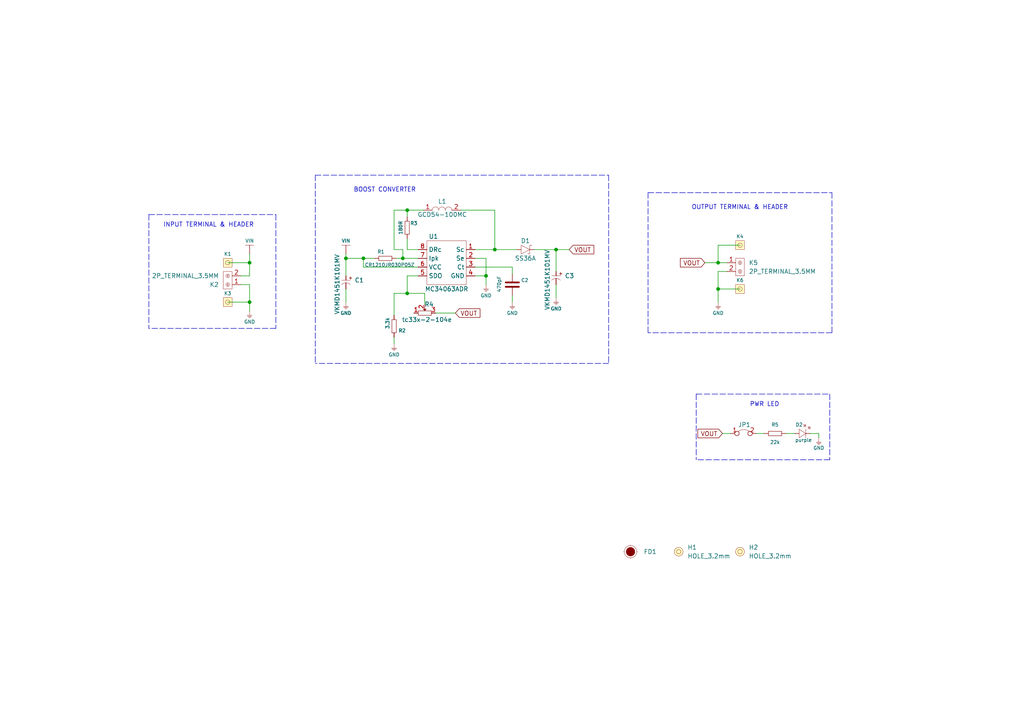
<source format=kicad_sch>
(kicad_sch (version 20210126) (generator eeschema)

  (paper "A4")

  (lib_symbols
    (symbol "e-radionica.com schematics:0402LED" (pin_numbers hide) (pin_names (offset 0.254) hide) (in_bom yes) (on_board yes)
      (property "Reference" "D" (id 0) (at -0.635 2.54 0)
        (effects (font (size 1 1)))
      )
      (property "Value" "0402LED" (id 1) (at 0 -2.54 0)
        (effects (font (size 1 1)))
      )
      (property "Footprint" "e-radionica.com footprinti:0402LED" (id 2) (at 0 5.08 0)
        (effects (font (size 1 1)) hide)
      )
      (property "Datasheet" "" (id 3) (at 0 0 0)
        (effects (font (size 1 1)) hide)
      )
      (symbol "0402LED_0_1"
        (polyline
          (pts
            (xy -0.635 1.27)
            (xy -0.635 -1.27)
            (xy 1.27 0)
          )
          (stroke (width 0.0006)) (fill (type none))
        )
        (polyline
          (pts
            (xy -0.635 1.27)
            (xy 1.27 0)
          )
          (stroke (width 0.0006)) (fill (type none))
        )
        (polyline
          (pts
            (xy 1.27 1.27)
            (xy 1.27 -1.27)
          )
          (stroke (width 0.0006)) (fill (type none))
        )
        (polyline
          (pts
            (xy 0.635 1.905)
            (xy 1.27 2.54)
          )
          (stroke (width 0.0006)) (fill (type none))
        )
        (polyline
          (pts
            (xy 1.905 1.27)
            (xy 2.54 1.905)
          )
          (stroke (width 0.0006)) (fill (type none))
        )
        (polyline
          (pts
            (xy 2.54 1.905)
            (xy 1.905 1.905)
            (xy 2.54 1.27)
            (xy 2.54 1.905)
          )
          (stroke (width 0.0006)) (fill (type none))
        )
        (polyline
          (pts
            (xy 1.27 2.54)
            (xy 0.635 2.54)
            (xy 1.27 1.905)
            (xy 1.27 2.54)
          )
          (stroke (width 0.0006)) (fill (type none))
        )
      )
      (symbol "0402LED_1_1"
        (pin passive line (at -1.905 0 0) (length 1.27)
          (name "A" (effects (font (size 1.27 1.27))))
          (number "1" (effects (font (size 1.27 1.27))))
        )
        (pin passive line (at 2.54 0 180) (length 1.27)
          (name "K" (effects (font (size 1.27 1.27))))
          (number "2" (effects (font (size 1.27 1.27))))
        )
      )
    )
    (symbol "e-radionica.com schematics:0402R" (pin_numbers hide) (pin_names (offset 0.254)) (in_bom yes) (on_board yes)
      (property "Reference" "R" (id 0) (at -1.905 1.27 0)
        (effects (font (size 1 1)))
      )
      (property "Value" "0402R" (id 1) (at 0 -1.27 0)
        (effects (font (size 1 1)))
      )
      (property "Footprint" "e-radionica.com footprinti:0402R" (id 2) (at -2.54 1.905 0)
        (effects (font (size 1 1)) hide)
      )
      (property "Datasheet" "" (id 3) (at -2.54 1.905 0)
        (effects (font (size 1 1)) hide)
      )
      (symbol "0402R_0_1"
        (rectangle (start -1.905 0.635) (end -1.8796 -0.635)
          (stroke (width 0.1)) (fill (type none))
        )
        (rectangle (start -1.905 0.635) (end 1.905 0.6096)
          (stroke (width 0.1)) (fill (type none))
        )
        (rectangle (start -1.905 -0.635) (end 1.905 -0.6604)
          (stroke (width 0.1)) (fill (type none))
        )
        (rectangle (start 1.905 0.635) (end 1.9304 -0.635)
          (stroke (width 0.1)) (fill (type none))
        )
      )
      (symbol "0402R_1_1"
        (pin passive line (at -3.175 0 0) (length 1.27)
          (name "~" (effects (font (size 1.27 1.27))))
          (number "1" (effects (font (size 1.27 1.27))))
        )
        (pin passive line (at 3.175 0 180) (length 1.27)
          (name "~" (effects (font (size 1.27 1.27))))
          (number "2" (effects (font (size 1.27 1.27))))
        )
      )
    )
    (symbol "e-radionica.com schematics:0603C" (pin_numbers hide) (pin_names (offset 0.002)) (in_bom yes) (on_board yes)
      (property "Reference" "C" (id 0) (at -0.635 3.175 0)
        (effects (font (size 1 1)))
      )
      (property "Value" "0603C" (id 1) (at 0 -3.175 0)
        (effects (font (size 1 1)))
      )
      (property "Footprint" "e-radionica.com footprinti:0603C" (id 2) (at 0 0 0)
        (effects (font (size 1 1)) hide)
      )
      (property "Datasheet" "" (id 3) (at 0 0 0)
        (effects (font (size 1 1)) hide)
      )
      (symbol "0603C_0_1"
        (polyline
          (pts
            (xy -0.635 1.905)
            (xy -0.635 -1.905)
          )
          (stroke (width 0.5)) (fill (type none))
        )
        (polyline
          (pts
            (xy 0.635 1.905)
            (xy 0.635 -1.905)
          )
          (stroke (width 0.5)) (fill (type none))
        )
      )
      (symbol "0603C_1_1"
        (pin passive line (at 3.175 0 180) (length 2.54)
          (name "~" (effects (font (size 1.27 1.27))))
          (number "2" (effects (font (size 1.27 1.27))))
        )
        (pin passive line (at -3.175 0 0) (length 2.54)
          (name "~" (effects (font (size 1.27 1.27))))
          (number "1" (effects (font (size 1.27 1.27))))
        )
      )
    )
    (symbol "e-radionica.com schematics:0603R" (pin_numbers hide) (pin_names (offset 0.254)) (in_bom yes) (on_board yes)
      (property "Reference" "R" (id 0) (at -1.905 1.905 0)
        (effects (font (size 1 1)))
      )
      (property "Value" "0603R" (id 1) (at 0 -1.905 0)
        (effects (font (size 1 1)))
      )
      (property "Footprint" "e-radionica.com footprinti:0603R" (id 2) (at -0.635 1.905 0)
        (effects (font (size 1 1)) hide)
      )
      (property "Datasheet" "" (id 3) (at -0.635 1.905 0)
        (effects (font (size 1 1)) hide)
      )
      (symbol "0603R_0_1"
        (rectangle (start -1.905 0.635) (end -1.8796 -0.635)
          (stroke (width 0.1)) (fill (type none))
        )
        (rectangle (start -1.905 0.635) (end 1.905 0.6096)
          (stroke (width 0.1)) (fill (type none))
        )
        (rectangle (start -1.905 -0.635) (end 1.905 -0.6604)
          (stroke (width 0.1)) (fill (type none))
        )
        (rectangle (start 1.905 0.635) (end 1.9304 -0.635)
          (stroke (width 0.1)) (fill (type none))
        )
      )
      (symbol "0603R_1_1"
        (pin passive line (at -3.175 0 0) (length 1.27)
          (name "~" (effects (font (size 1.27 1.27))))
          (number "1" (effects (font (size 1.27 1.27))))
        )
        (pin passive line (at 3.175 0 180) (length 1.27)
          (name "~" (effects (font (size 1.27 1.27))))
          (number "2" (effects (font (size 1.27 1.27))))
        )
      )
    )
    (symbol "e-radionica.com schematics:1210R" (pin_numbers hide) (pin_names (offset 0.254)) (in_bom yes) (on_board yes)
      (property "Reference" "R" (id 0) (at 0 1.27 0)
        (effects (font (size 1 1)))
      )
      (property "Value" "1210R" (id 1) (at 0 -1.905 0)
        (effects (font (size 1 1)))
      )
      (property "Footprint" "e-radionica.com footprinti:1210R" (id 2) (at -1.27 -3.81 0)
        (effects (font (size 1 1)) hide)
      )
      (property "Datasheet" "" (id 3) (at -0.635 1.905 0)
        (effects (font (size 1 1)) hide)
      )
      (symbol "1210R_0_1"
        (rectangle (start -1.905 0.635) (end -1.8796 -0.635)
          (stroke (width 0.1)) (fill (type none))
        )
        (rectangle (start -1.905 0.635) (end 1.905 0.6096)
          (stroke (width 0.1)) (fill (type none))
        )
        (rectangle (start -1.905 -0.635) (end 1.905 -0.6604)
          (stroke (width 0.1)) (fill (type none))
        )
        (rectangle (start 1.905 0.635) (end 1.9304 -0.635)
          (stroke (width 0.1)) (fill (type none))
        )
      )
      (symbol "1210R_1_1"
        (pin passive line (at -3.175 0 0) (length 1.27)
          (name "~" (effects (font (size 1.27 1.27))))
          (number "1" (effects (font (size 1.27 1.27))))
        )
        (pin passive line (at 3.175 0 180) (length 1.27)
          (name "~" (effects (font (size 1.27 1.27))))
          (number "2" (effects (font (size 1.27 1.27))))
        )
      )
    )
    (symbol "e-radionica.com schematics:2P_TERMINAL_3.5MM" (in_bom yes) (on_board yes)
      (property "Reference" "K" (id 0) (at -0.762 3.556 0)
        (effects (font (size 1.27 1.27)))
      )
      (property "Value" "2P_TERMINAL_3.5MM" (id 1) (at 0 -3.81 0)
        (effects (font (size 1.27 1.27)))
      )
      (property "Footprint" "e-radionica.com footprinti:2P_TERMINAL_3.5MM" (id 2) (at -0.254 -5.588 0)
        (effects (font (size 1.27 1.27)) hide)
      )
      (property "Datasheet" "" (id 3) (at 0 0 0)
        (effects (font (size 1.27 1.27)) hide)
      )
      (symbol "2P_TERMINAL_3.5MM_0_1"
        (circle (center 0 1.27) (radius 0.508) (stroke (width 0.0006)) (fill (type none)))
        (circle (center 0 -1.27) (radius 0.508) (stroke (width 0.0006)) (fill (type none)))
        (rectangle (start -1.27 2.54) (end 1.27 -2.54)
          (stroke (width 0.0006)) (fill (type none))
        )
        (polyline
          (pts
            (xy 0 -0.762)
            (xy 0 -1.778)
          )
          (stroke (width 0.0006)) (fill (type none))
        )
        (polyline
          (pts
            (xy -0.254 -1.27)
            (xy 0.254 -1.27)
          )
          (stroke (width 0.0006)) (fill (type none))
        )
        (polyline
          (pts
            (xy 0 1.778)
            (xy 0 0.762)
          )
          (stroke (width 0.0006)) (fill (type none))
        )
        (polyline
          (pts
            (xy -0.254 1.27)
            (xy 0.254 1.27)
          )
          (stroke (width 0.0006)) (fill (type none))
        )
      )
      (symbol "2P_TERMINAL_3.5MM_1_1"
        (pin input line (at -3.81 1.27 0) (length 2.54)
          (name "~" (effects (font (size 1.27 1.27))))
          (number "1" (effects (font (size 1.27 1.27))))
        )
        (pin input line (at -3.81 -1.27 0) (length 2.54)
          (name "~" (effects (font (size 1.27 1.27))))
          (number "2" (effects (font (size 1.27 1.27))))
        )
      )
    )
    (symbol "e-radionica.com schematics:CMLF0504-330KTT" (in_bom yes) (on_board yes)
      (property "Reference" "L" (id 0) (at 0 3.81 0)
        (effects (font (size 1.27 1.27)))
      )
      (property "Value" "CMLF0504-330KTT" (id 1) (at 0 -4.445 0)
        (effects (font (size 1.27 1.27)))
      )
      (property "Footprint" "e-radionica.com footprinti:CMLF0504-330KTT" (id 2) (at 0.254 0 0)
        (effects (font (size 1.27 1.27)) hide)
      )
      (property "Datasheet" "" (id 3) (at 0.254 0 0)
        (effects (font (size 1.27 1.27)) hide)
      )
      (symbol "CMLF0504-330KTT_0_1"
        (arc (start -2.921 0) (end -1.016 0) (radius (at -1.9685 -0.0138) (length 0.9526) (angles 179.2 0.8))
          (stroke (width 0.0006)) (fill (type none))
        )
        (arc (start -1.016 0) (end 0.889 0) (radius (at -0.0635 -0.0138) (length 0.9526) (angles 179.2 0.8))
          (stroke (width 0.0006)) (fill (type none))
        )
        (arc (start 0.889 0) (end 2.794 0) (radius (at 1.8415 -0.0138) (length 0.9526) (angles 179.2 0.8))
          (stroke (width 0.0006)) (fill (type none))
        )
      )
      (symbol "CMLF0504-330KTT_1_1"
        (pin passive line (at -5.461 0 0) (length 2.54)
          (name "" (effects (font (size 1.27 1.27))))
          (number "1" (effects (font (size 1.27 1.27))))
        )
        (pin passive line (at 5.334 0 180) (length 2.54)
          (name "" (effects (font (size 1.27 1.27))))
          (number "2" (effects (font (size 1.27 1.27))))
        )
      )
    )
    (symbol "e-radionica.com schematics:ELECTROLITIC_CAP_8x8x14.5" (pin_numbers hide) (pin_names hide) (in_bom yes) (on_board yes)
      (property "Reference" "C" (id 0) (at -1.27 2.54 0)
        (effects (font (size 1.27 1.27)))
      )
      (property "Value" "ELECTROLITIC_CAP_8x8x14.5" (id 1) (at 0 -2.54 0)
        (effects (font (size 1.27 1.27)))
      )
      (property "Footprint" "e-radionica.com footprinti:ELECTROLITIC_CAP_8x8x14.5" (id 2) (at 0 -5.08 0)
        (effects (font (size 1.27 1.27)) hide)
      )
      (property "Datasheet" "" (id 3) (at 0 0 0)
        (effects (font (size 1.27 1.27)) hide)
      )
      (symbol "ELECTROLITIC_CAP_8x8x14.5_0_0"
        (text "+" (at -1.905 1.27 0)
          (effects (font (size 1 1)))
        )
      )
      (symbol "ELECTROLITIC_CAP_8x8x14.5_0_1"
        (arc (start -0.0001 1.27) (end -0.0001 -1.27) (radius (at 1.27 0) (length 1.7961) (angles 135 -135))
          (stroke (width 0.0006)) (fill (type none))
        )
        (polyline
          (pts
            (xy -1.27 -1.27)
            (xy -1.27 1.27)
          )
          (stroke (width 0.0006)) (fill (type none))
        )
      )
      (symbol "ELECTROLITIC_CAP_8x8x14.5_1_1"
        (pin input line (at -2.54 0 0) (length 1.27)
          (name "+" (effects (font (size 1.27 1.27))))
          (number "1" (effects (font (size 1.27 1.27))))
        )
        (pin input line (at 1.27 0 180) (length 1.8)
          (name "-" (effects (font (size 1.27 1.27))))
          (number "2" (effects (font (size 1.27 1.27))))
        )
      )
    )
    (symbol "e-radionica.com schematics:Fiducial_Stencil" (pin_numbers hide) (pin_names hide) (in_bom yes) (on_board yes)
      (property "Reference" "FD?" (id 0) (at 0 3.048 0)
        (effects (font (size 1.27 1.27)))
      )
      (property "Value" "Fiducial_Stencil" (id 1) (at 0 -2.794 0)
        (effects (font (size 1.27 1.27)) hide)
      )
      (property "Footprint" "e-radionica.com footprinti:FIDUCIAL_1MM_PASTE" (id 2) (at 0 -6.35 0)
        (effects (font (size 1.27 1.27)) hide)
      )
      (property "Datasheet" "" (id 3) (at 0 0 0)
        (effects (font (size 1.27 1.27)) hide)
      )
      (symbol "Fiducial_Stencil_0_1"
        (circle (center 0 0) (radius 1.7961) (stroke (width 0.0006)) (fill (type none)))
        (circle (center 0 0) (radius 1.27) (stroke (width 0.001)) (fill (type outline)))
        (polyline
          (pts
            (xy 1.778 0)
            (xy 2.032 0)
          )
          (stroke (width 0.0006)) (fill (type none))
        )
        (polyline
          (pts
            (xy 0 1.778)
            (xy 0 2.032)
          )
          (stroke (width 0.0006)) (fill (type none))
        )
        (polyline
          (pts
            (xy -1.778 0)
            (xy -2.032 0)
          )
          (stroke (width 0.0006)) (fill (type none))
        )
        (polyline
          (pts
            (xy 0 -1.778)
            (xy 0 -2.032)
          )
          (stroke (width 0.0006)) (fill (type none))
        )
      )
    )
    (symbol "e-radionica.com schematics:GND" (power) (pin_names (offset 0)) (in_bom yes) (on_board yes)
      (property "Reference" "#PWR" (id 0) (at 4.445 0 0)
        (effects (font (size 1 1)) hide)
      )
      (property "Value" "GND" (id 1) (at 0 -2.921 0)
        (effects (font (size 1 1)))
      )
      (property "Footprint" "" (id 2) (at 4.445 3.81 0)
        (effects (font (size 1 1)) hide)
      )
      (property "Datasheet" "" (id 3) (at 4.445 3.81 0)
        (effects (font (size 1 1)) hide)
      )
      (property "ki_keywords" "power-flag" (id 4) (at 0 0 0)
        (effects (font (size 1.27 1.27)) hide)
      )
      (property "ki_description" "Power symbol creates a global label with name \"+3V3\"" (id 5) (at 0 0 0)
        (effects (font (size 1.27 1.27)) hide)
      )
      (symbol "GND_0_1"
        (polyline
          (pts
            (xy 0 0)
            (xy 0 -1.27)
          )
          (stroke (width 0.0006)) (fill (type none))
        )
        (polyline
          (pts
            (xy -0.762 -1.27)
            (xy 0.762 -1.27)
          )
          (stroke (width 0.0006)) (fill (type none))
        )
        (polyline
          (pts
            (xy -0.381 -1.778)
            (xy 0.381 -1.778)
          )
          (stroke (width 0.0006)) (fill (type none))
        )
        (polyline
          (pts
            (xy -0.127 -2.032)
            (xy 0.127 -2.032)
          )
          (stroke (width 0.0006)) (fill (type none))
        )
        (polyline
          (pts
            (xy -0.635 -1.524)
            (xy 0.635 -1.524)
          )
          (stroke (width 0.0006)) (fill (type none))
        )
      )
      (symbol "GND_1_1"
        (pin power_in line (at 0 0 270) (length 0) hide
          (name "GND" (effects (font (size 1.27 1.27))))
          (number "1" (effects (font (size 1.27 1.27))))
        )
      )
    )
    (symbol "e-radionica.com schematics:GND_3" (power) (pin_names (offset 0)) (in_bom yes) (on_board yes)
      (property "Reference" "#PWR" (id 0) (at 4.445 0 0)
        (effects (font (size 1 1)) hide)
      )
      (property "Value" "GND" (id 1) (at 0 -2.921 0)
        (effects (font (size 1 1)))
      )
      (property "Footprint" "" (id 2) (at 4.445 3.81 0)
        (effects (font (size 1 1)) hide)
      )
      (property "Datasheet" "" (id 3) (at 4.445 3.81 0)
        (effects (font (size 1 1)) hide)
      )
      (property "ki_keywords" "power-flag" (id 4) (at 0 0 0)
        (effects (font (size 1.27 1.27)) hide)
      )
      (property "ki_description" "Power symbol creates a global label with name \"+3V3\"" (id 5) (at 0 0 0)
        (effects (font (size 1.27 1.27)) hide)
      )
      (symbol "GND_3_0_1"
        (polyline
          (pts
            (xy 0 0)
            (xy 0 -1.27)
          )
          (stroke (width 0.0006)) (fill (type none))
        )
        (polyline
          (pts
            (xy -0.762 -1.27)
            (xy 0.762 -1.27)
          )
          (stroke (width 0.0006)) (fill (type none))
        )
        (polyline
          (pts
            (xy -0.381 -1.778)
            (xy 0.381 -1.778)
          )
          (stroke (width 0.0006)) (fill (type none))
        )
        (polyline
          (pts
            (xy -0.127 -2.032)
            (xy 0.127 -2.032)
          )
          (stroke (width 0.0006)) (fill (type none))
        )
        (polyline
          (pts
            (xy -0.635 -1.524)
            (xy 0.635 -1.524)
          )
          (stroke (width 0.0006)) (fill (type none))
        )
      )
      (symbol "GND_3_1_1"
        (pin power_in line (at 0 0 270) (length 0) hide
          (name "GND" (effects (font (size 1.27 1.27))))
          (number "1" (effects (font (size 1.27 1.27))))
        )
      )
    )
    (symbol "e-radionica.com schematics:HEADER_MALE_1X1" (pin_numbers hide) (pin_names hide) (in_bom yes) (on_board yes)
      (property "Reference" "K" (id 0) (at -0.635 2.54 0)
        (effects (font (size 1 1)))
      )
      (property "Value" "HEADER_MALE_1X1" (id 1) (at 0 -2.54 0)
        (effects (font (size 1 1)))
      )
      (property "Footprint" "e-radionica.com footprinti:HEADER_MALE_1X1" (id 2) (at 0 0 0)
        (effects (font (size 1 1)) hide)
      )
      (property "Datasheet" "" (id 3) (at 0 0 0)
        (effects (font (size 1 1)) hide)
      )
      (symbol "HEADER_MALE_1X1_0_1"
        (circle (center 0 0) (radius 0.635) (stroke (width 0.0006)) (fill (type none)))
        (rectangle (start -1.27 1.27) (end 1.27 -1.27)
          (stroke (width 0.001)) (fill (type background))
        )
      )
      (symbol "HEADER_MALE_1X1_1_1"
        (pin passive line (at 0 0 180) (length 0)
          (name "~" (effects (font (size 1 1))))
          (number "1" (effects (font (size 1 1))))
        )
      )
    )
    (symbol "e-radionica.com schematics:HOLE_3.2mm" (pin_numbers hide) (pin_names hide) (in_bom yes) (on_board yes)
      (property "Reference" "H" (id 0) (at 0 2.54 0)
        (effects (font (size 1.27 1.27)))
      )
      (property "Value" "HOLE_3.2mm" (id 1) (at 0 -2.54 0)
        (effects (font (size 1.27 1.27)))
      )
      (property "Footprint" "e-radionica.com footprinti:HOLE_3.2mm" (id 2) (at 0 0 0)
        (effects (font (size 1.27 1.27)) hide)
      )
      (property "Datasheet" "" (id 3) (at 0 0 0)
        (effects (font (size 1.27 1.27)) hide)
      )
      (symbol "HOLE_3.2mm_0_1"
        (circle (center 0 0) (radius 1.27) (stroke (width 0.001)) (fill (type background)))
        (circle (center 0 0) (radius 0.635) (stroke (width 0.0006)) (fill (type none)))
      )
    )
    (symbol "e-radionica.com schematics:MC34063ADR" (in_bom yes) (on_board yes)
      (property "Reference" "U" (id 0) (at -0.635 8.255 0)
        (effects (font (size 1.27 1.27)))
      )
      (property "Value" "MC34063ADR" (id 1) (at 0 -8.89 0)
        (effects (font (size 1.27 1.27)))
      )
      (property "Footprint" "e-radionica.com footprinti:SOIC−8" (id 2) (at 0.635 0 0)
        (effects (font (size 1.27 1.27)) hide)
      )
      (property "Datasheet" "" (id 3) (at 0.635 0 0)
        (effects (font (size 1.27 1.27)) hide)
      )
      (symbol "MC34063ADR_0_1"
        (rectangle (start -5.715 6.35) (end 5.715 -6.35)
          (stroke (width 0.0006)) (fill (type none))
        )
      )
      (symbol "MC34063ADR_1_1"
        (pin power_in line (at -8.255 3.81 0) (length 2.54)
          (name "DRc" (effects (font (size 1.27 1.27))))
          (number "8" (effects (font (size 1.27 1.27))))
        )
        (pin passive line (at -8.255 1.27 0) (length 2.54)
          (name "Ipk" (effects (font (size 1.27 1.27))))
          (number "7" (effects (font (size 1.27 1.27))))
        )
        (pin power_in line (at -8.255 -1.27 0) (length 2.54)
          (name "VCC" (effects (font (size 1.27 1.27))))
          (number "6" (effects (font (size 1.27 1.27))))
        )
        (pin input line (at -8.255 -3.81 0) (length 2.54)
          (name "SDO" (effects (font (size 1.27 1.27))))
          (number "5" (effects (font (size 1.27 1.27))))
        )
        (pin input line (at 8.255 -3.81 180) (length 2.54)
          (name "GND" (effects (font (size 1.27 1.27))))
          (number "4" (effects (font (size 1.27 1.27))))
        )
        (pin input line (at 8.255 -1.27 180) (length 2.54)
          (name "Ct" (effects (font (size 1.27 1.27))))
          (number "3" (effects (font (size 1.27 1.27))))
        )
        (pin power_in line (at 8.255 1.27 180) (length 2.54)
          (name "Se" (effects (font (size 1.27 1.27))))
          (number "2" (effects (font (size 1.27 1.27))))
        )
        (pin passive line (at 8.255 3.81 180) (length 2.54)
          (name "Sc" (effects (font (size 1.27 1.27))))
          (number "1" (effects (font (size 1.27 1.27))))
        )
      )
    )
    (symbol "e-radionica.com schematics:SMD-JUMPER-CONNECTED_TRACE_NOSLODERMASK" (in_bom yes) (on_board yes)
      (property "Reference" "JP" (id 0) (at 0 3.556 0)
        (effects (font (size 1.27 1.27)))
      )
      (property "Value" "SMD-JUMPER-CONNECTED_TRACE_NOSLODERMASK" (id 1) (at 0 -2.54 0)
        (effects (font (size 1.27 1.27)))
      )
      (property "Footprint" "e-radionica.com footprinti:SMD-JUMPER-CONNECTED_TRACE_NOSLODERMASK" (id 2) (at 0 0 0)
        (effects (font (size 1.27 1.27)) hide)
      )
      (property "Datasheet" "" (id 3) (at 0 0 0)
        (effects (font (size 1.27 1.27)) hide)
      )
      (symbol "SMD-JUMPER-CONNECTED_TRACE_NOSLODERMASK_0_1"
        (arc (start -1.8034 0.5588) (end 1.397 0.5842) (radius (at -0.1875 -1.4124) (length 2.5489) (angles 129.3 51.6))
          (stroke (width 0.0006)) (fill (type none))
        )
      )
      (symbol "SMD-JUMPER-CONNECTED_TRACE_NOSLODERMASK_1_1"
        (pin passive inverted (at -4.064 0 0) (length 2.54)
          (name "" (effects (font (size 1.27 1.27))))
          (number "1" (effects (font (size 1.27 1.27))))
        )
        (pin passive inverted (at 3.556 0 180) (length 2.54)
          (name "" (effects (font (size 1.27 1.27))))
          (number "2" (effects (font (size 1.27 1.27))))
        )
      )
    )
    (symbol "e-radionica.com schematics:SS36A" (pin_numbers hide) (pin_names hide) (in_bom yes) (on_board yes)
      (property "Reference" "D" (id 0) (at 0 2.54 0)
        (effects (font (size 1.27 1.27)))
      )
      (property "Value" "SS36A" (id 1) (at 0 -2.54 0)
        (effects (font (size 1.27 1.27)))
      )
      (property "Footprint" "e-radionica.com footprinti:SMA_DIODE" (id 2) (at 0 -5.08 0)
        (effects (font (size 1.27 1.27)) hide)
      )
      (property "Datasheet" "" (id 3) (at 0 0 0)
        (effects (font (size 1.27 1.27)) hide)
      )
      (symbol "SS36A_0_1"
        (polyline
          (pts
            (xy -1.27 -1.27)
            (xy -1.27 1.27)
            (xy 1.27 0)
            (xy -1.27 -1.27)
          )
          (stroke (width 0.0006)) (fill (type none))
        )
        (polyline
          (pts
            (xy 1.27 1.27)
            (xy 1.778 1.27)
            (xy 1.778 1.016)
          )
          (stroke (width 0.0006)) (fill (type none))
        )
        (polyline
          (pts
            (xy 1.27 1.27)
            (xy 1.27 -1.27)
            (xy 0.762 -1.27)
            (xy 0.762 -1.016)
          )
          (stroke (width 0.0006)) (fill (type none))
        )
      )
      (symbol "SS36A_1_1"
        (pin input line (at -2.54 0 0) (length 1.27)
          (name "A" (effects (font (size 1.27 1.27))))
          (number "1" (effects (font (size 1.27 1.27))))
        )
        (pin input line (at 2.54 0 180) (length 1.27)
          (name "C" (effects (font (size 1.27 1.27))))
          (number "2" (effects (font (size 1.27 1.27))))
        )
      )
    )
    (symbol "e-radionica.com schematics:VIN" (power) (pin_names (offset 0)) (in_bom yes) (on_board yes)
      (property "Reference" "#PWR" (id 0) (at 4.445 0 0)
        (effects (font (size 1 1)) hide)
      )
      (property "Value" "VIN" (id 1) (at 0 3.556 0)
        (effects (font (size 1 1)))
      )
      (property "Footprint" "" (id 2) (at 4.445 3.81 0)
        (effects (font (size 1 1)) hide)
      )
      (property "Datasheet" "" (id 3) (at 4.445 3.81 0)
        (effects (font (size 1 1)) hide)
      )
      (property "ki_keywords" "power-flag" (id 4) (at 0 0 0)
        (effects (font (size 1.27 1.27)) hide)
      )
      (property "ki_description" "Power symbol creates a global label with name \"+3V3\"" (id 5) (at 0 0 0)
        (effects (font (size 1.27 1.27)) hide)
      )
      (symbol "VIN_0_1"
        (polyline
          (pts
            (xy 0 0)
            (xy 0 2.54)
          )
          (stroke (width 0)) (fill (type none))
        )
        (polyline
          (pts
            (xy -1.27 2.54)
            (xy 1.27 2.54)
          )
          (stroke (width 0.0006)) (fill (type none))
        )
      )
      (symbol "VIN_1_1"
        (pin power_in line (at 0 0 90) (length 0) hide
          (name "VIN" (effects (font (size 1.27 1.27))))
          (number "1" (effects (font (size 1.27 1.27))))
        )
      )
    )
    (symbol "e-radionica.com schematics:tc33x-2-103e" (in_bom yes) (on_board yes)
      (property "Reference" "R" (id 0) (at -1.778 3.302 0)
        (effects (font (size 1.27 1.27)))
      )
      (property "Value" "tc33x-2-103e" (id 1) (at 0 -2.54 0)
        (effects (font (size 1.27 1.27)))
      )
      (property "Footprint" "e-radionica.com footprinti:tc33x-2-103e" (id 2) (at 0 -5.08 0)
        (effects (font (size 1.27 1.27)) hide)
      )
      (property "Datasheet" "" (id 3) (at -0.0508 -0.0508 0)
        (effects (font (size 1.27 1.27)) hide)
      )
      (symbol "tc33x-2-103e_0_1"
        (rectangle (start -1.905 0.635) (end -1.8796 -0.635)
          (stroke (width 0.1)) (fill (type none))
        )
        (rectangle (start -1.905 0.635) (end 1.905 0.6096)
          (stroke (width 0.1)) (fill (type none))
        )
        (rectangle (start -1.905 -0.635) (end 1.905 -0.6604)
          (stroke (width 0.1)) (fill (type none))
        )
        (rectangle (start 1.905 0.635) (end 1.9304 -0.635)
          (stroke (width 0.1)) (fill (type none))
        )
        (polyline
          (pts
            (xy -0.4318 1.1684)
            (xy 0.4826 1.1684)
            (xy 0 0.635)
            (xy -0.4064 1.0922)
            (xy -0.4826 1.1684)
            (xy 0 0.7874)
            (xy 0.3048 1.1176)
            (xy -0.254 1.0668)
            (xy 0.0254 0.8636)
            (xy 0.0762 1.0414)
            (xy -0.0254 0.9652)
          )
          (stroke (width 0.0006)) (fill (type none))
        )
      )
      (symbol "tc33x-2-103e_1_1"
        (pin passive line (at -3.175 0 0) (length 1.27)
          (name "~" (effects (font (size 1.27 1.27))))
          (number "1" (effects (font (size 1.27 1.27))))
        )
        (pin passive line (at 3.175 0.0002 180) (length 1.27)
          (name "~" (effects (font (size 1.27 1.27))))
          (number "3" (effects (font (size 1.27 1.27))))
        )
        (pin passive line (at 0 2.4892 270) (length 1.27)
          (name "" (effects (font (size 1.27 1.27))))
          (number "2" (effects (font (size 1.27 1.27))))
        )
      )
    )
  )

  (junction (at 72.39 76.2) (diameter 0.9144) (color 0 0 0 0))
  (junction (at 72.39 87.63) (diameter 0.9144) (color 0 0 0 0))
  (junction (at 100.33 74.93) (diameter 0.9144) (color 0 0 0 0))
  (junction (at 105.41 74.93) (diameter 0.9144) (color 0 0 0 0))
  (junction (at 116.84 74.93) (diameter 0.9144) (color 0 0 0 0))
  (junction (at 118.11 60.96) (diameter 0.9144) (color 0 0 0 0))
  (junction (at 118.11 85.09) (diameter 0.9144) (color 0 0 0 0))
  (junction (at 140.97 80.01) (diameter 0.9144) (color 0 0 0 0))
  (junction (at 143.51 72.39) (diameter 0.9144) (color 0 0 0 0))
  (junction (at 161.29 72.39) (diameter 0.9144) (color 0 0 0 0))
  (junction (at 208.28 76.2) (diameter 0.9144) (color 0 0 0 0))
  (junction (at 208.28 83.82) (diameter 0.9144) (color 0 0 0 0))

  (wire (pts (xy 66.04 76.2) (xy 72.39 76.2))
    (stroke (width 0) (type solid) (color 0 0 0 0))
    (uuid 10ee2fae-7c6c-489f-b75e-567b888ce6ad)
  )
  (wire (pts (xy 66.04 87.63) (xy 72.39 87.63))
    (stroke (width 0) (type solid) (color 0 0 0 0))
    (uuid 19cca9c5-e65a-4f3d-a1d0-7b5efb1cd1b6)
  )
  (wire (pts (xy 69.85 80.01) (xy 72.39 80.01))
    (stroke (width 0) (type solid) (color 0 0 0 0))
    (uuid ad7fdbf1-643b-44b3-becc-3fa1b79fc6f4)
  )
  (wire (pts (xy 69.85 82.55) (xy 72.39 82.55))
    (stroke (width 0) (type solid) (color 0 0 0 0))
    (uuid e8929b3e-1377-48ee-baec-c2d5b34e98e2)
  )
  (wire (pts (xy 72.39 73.66) (xy 72.39 76.2))
    (stroke (width 0) (type solid) (color 0 0 0 0))
    (uuid c215f777-8622-454b-b83c-cc0e22b5afae)
  )
  (wire (pts (xy 72.39 76.2) (xy 72.39 80.01))
    (stroke (width 0) (type solid) (color 0 0 0 0))
    (uuid fba99fc4-cf5a-4cb0-a3a2-2664e52a9201)
  )
  (wire (pts (xy 72.39 82.55) (xy 72.39 87.63))
    (stroke (width 0) (type solid) (color 0 0 0 0))
    (uuid 6c1ff0c4-8e66-4096-96b7-b1ce9f9748ba)
  )
  (wire (pts (xy 72.39 87.63) (xy 72.39 90.17))
    (stroke (width 0) (type solid) (color 0 0 0 0))
    (uuid d8c90405-86ae-499e-a408-1880ff0db020)
  )
  (wire (pts (xy 100.33 74.93) (xy 100.33 73.66))
    (stroke (width 0) (type solid) (color 0 0 0 0))
    (uuid 506d037b-8897-490b-85fd-2519a6f6ef9f)
  )
  (wire (pts (xy 100.33 74.93) (xy 100.33 80.01))
    (stroke (width 0) (type solid) (color 0 0 0 0))
    (uuid a7f1db2a-42d8-4fbc-ae3f-0451fd0b06fd)
  )
  (wire (pts (xy 100.33 83.82) (xy 100.33 87.63))
    (stroke (width 0) (type solid) (color 0 0 0 0))
    (uuid 4151601e-4ae1-49e1-ad6e-1f62659b058f)
  )
  (wire (pts (xy 105.41 74.93) (xy 100.33 74.93))
    (stroke (width 0) (type solid) (color 0 0 0 0))
    (uuid 506d037b-8897-490b-85fd-2519a6f6ef9f)
  )
  (wire (pts (xy 105.41 77.47) (xy 105.41 74.93))
    (stroke (width 0) (type solid) (color 0 0 0 0))
    (uuid ab65aeb5-157c-4192-b308-63fd228c1cfa)
  )
  (wire (pts (xy 108.585 74.93) (xy 105.41 74.93))
    (stroke (width 0) (type solid) (color 0 0 0 0))
    (uuid 506d037b-8897-490b-85fd-2519a6f6ef9f)
  )
  (wire (pts (xy 114.3 60.96) (xy 114.3 72.39))
    (stroke (width 0) (type solid) (color 0 0 0 0))
    (uuid 9f990935-d8b1-489a-ab9f-0a76b3ebf958)
  )
  (wire (pts (xy 114.3 72.39) (xy 116.84 72.39))
    (stroke (width 0) (type solid) (color 0 0 0 0))
    (uuid 9f990935-d8b1-489a-ab9f-0a76b3ebf958)
  )
  (wire (pts (xy 114.3 85.09) (xy 114.3 91.44))
    (stroke (width 0) (type solid) (color 0 0 0 0))
    (uuid ba2416de-dffa-4dc6-8a78-7085b1f769c2)
  )
  (wire (pts (xy 114.3 85.09) (xy 118.11 85.09))
    (stroke (width 0) (type solid) (color 0 0 0 0))
    (uuid de46024c-9aa3-431b-818c-bf1a5b8b10ca)
  )
  (wire (pts (xy 114.3 97.79) (xy 114.3 99.695))
    (stroke (width 0) (type solid) (color 0 0 0 0))
    (uuid b02495ec-6905-4f34-8804-1ee81ff69c9c)
  )
  (wire (pts (xy 114.935 74.93) (xy 116.84 74.93))
    (stroke (width 0) (type solid) (color 0 0 0 0))
    (uuid 8328d624-4171-4364-98de-3b45f2ea7e65)
  )
  (wire (pts (xy 116.84 72.39) (xy 116.84 74.93))
    (stroke (width 0) (type solid) (color 0 0 0 0))
    (uuid 9f990935-d8b1-489a-ab9f-0a76b3ebf958)
  )
  (wire (pts (xy 116.84 74.93) (xy 121.285 74.93))
    (stroke (width 0) (type solid) (color 0 0 0 0))
    (uuid 8328d624-4171-4364-98de-3b45f2ea7e65)
  )
  (wire (pts (xy 118.11 60.96) (xy 114.3 60.96))
    (stroke (width 0) (type solid) (color 0 0 0 0))
    (uuid 9f990935-d8b1-489a-ab9f-0a76b3ebf958)
  )
  (wire (pts (xy 118.11 60.96) (xy 122.809 60.96))
    (stroke (width 0) (type solid) (color 0 0 0 0))
    (uuid 2f16fb8d-5647-4e98-ae1f-a6c951e30034)
  )
  (wire (pts (xy 118.11 62.865) (xy 118.11 60.96))
    (stroke (width 0) (type solid) (color 0 0 0 0))
    (uuid 9f990935-d8b1-489a-ab9f-0a76b3ebf958)
  )
  (wire (pts (xy 118.11 72.39) (xy 118.11 69.215))
    (stroke (width 0) (type solid) (color 0 0 0 0))
    (uuid 8fc5823e-3cc0-43c3-a0ac-3c7426c71407)
  )
  (wire (pts (xy 118.11 80.01) (xy 121.285 80.01))
    (stroke (width 0) (type solid) (color 0 0 0 0))
    (uuid 322cdfa2-7fa0-49b5-bf4e-8fe4be502964)
  )
  (wire (pts (xy 118.11 85.09) (xy 118.11 80.01))
    (stroke (width 0) (type solid) (color 0 0 0 0))
    (uuid 322cdfa2-7fa0-49b5-bf4e-8fe4be502964)
  )
  (wire (pts (xy 121.285 72.39) (xy 118.11 72.39))
    (stroke (width 0) (type solid) (color 0 0 0 0))
    (uuid 8fc5823e-3cc0-43c3-a0ac-3c7426c71407)
  )
  (wire (pts (xy 121.285 77.47) (xy 105.41 77.47))
    (stroke (width 0) (type solid) (color 0 0 0 0))
    (uuid ab65aeb5-157c-4192-b308-63fd228c1cfa)
  )
  (wire (pts (xy 123.19 85.09) (xy 118.11 85.09))
    (stroke (width 0) (type solid) (color 0 0 0 0))
    (uuid 322cdfa2-7fa0-49b5-bf4e-8fe4be502964)
  )
  (wire (pts (xy 123.19 88.3158) (xy 123.19 85.09))
    (stroke (width 0) (type solid) (color 0 0 0 0))
    (uuid 322cdfa2-7fa0-49b5-bf4e-8fe4be502964)
  )
  (wire (pts (xy 126.365 90.8048) (xy 132.08 90.8048))
    (stroke (width 0) (type solid) (color 0 0 0 0))
    (uuid fe678438-a87b-49af-9ca3-9ac8cc849b21)
  )
  (wire (pts (xy 133.604 60.96) (xy 143.51 60.96))
    (stroke (width 0) (type solid) (color 0 0 0 0))
    (uuid cd005c34-d560-4f3e-9ef1-7a026f0426b2)
  )
  (wire (pts (xy 137.795 74.93) (xy 140.97 74.93))
    (stroke (width 0) (type solid) (color 0 0 0 0))
    (uuid d6753742-5a22-4bea-8a78-3a9dc939e2dc)
  )
  (wire (pts (xy 137.795 77.47) (xy 148.59 77.47))
    (stroke (width 0) (type solid) (color 0 0 0 0))
    (uuid 9b223332-68fc-4e11-8826-ca7099a7664a)
  )
  (wire (pts (xy 137.795 80.01) (xy 140.97 80.01))
    (stroke (width 0) (type solid) (color 0 0 0 0))
    (uuid d0dde8a9-dcd9-45ca-9bbd-ab43062a2304)
  )
  (wire (pts (xy 140.97 74.93) (xy 140.97 80.01))
    (stroke (width 0) (type solid) (color 0 0 0 0))
    (uuid d6753742-5a22-4bea-8a78-3a9dc939e2dc)
  )
  (wire (pts (xy 140.97 80.01) (xy 140.97 82.55))
    (stroke (width 0) (type solid) (color 0 0 0 0))
    (uuid d0dde8a9-dcd9-45ca-9bbd-ab43062a2304)
  )
  (wire (pts (xy 143.51 60.96) (xy 143.51 72.39))
    (stroke (width 0) (type solid) (color 0 0 0 0))
    (uuid cd005c34-d560-4f3e-9ef1-7a026f0426b2)
  )
  (wire (pts (xy 143.51 72.39) (xy 137.795 72.39))
    (stroke (width 0) (type solid) (color 0 0 0 0))
    (uuid cd005c34-d560-4f3e-9ef1-7a026f0426b2)
  )
  (wire (pts (xy 143.51 72.39) (xy 149.86 72.39))
    (stroke (width 0) (type solid) (color 0 0 0 0))
    (uuid a334e0e0-434e-49bb-9088-9acaa4367505)
  )
  (wire (pts (xy 148.59 77.47) (xy 148.59 79.375))
    (stroke (width 0) (type solid) (color 0 0 0 0))
    (uuid 9b223332-68fc-4e11-8826-ca7099a7664a)
  )
  (wire (pts (xy 148.59 85.725) (xy 148.59 87.63))
    (stroke (width 0) (type solid) (color 0 0 0 0))
    (uuid ddfd90ff-3043-4056-b3a3-adb74ddb8a34)
  )
  (wire (pts (xy 154.94 72.39) (xy 161.29 72.39))
    (stroke (width 0) (type solid) (color 0 0 0 0))
    (uuid 8be54d60-faec-4794-ac68-16b6fc1fad0d)
  )
  (wire (pts (xy 161.29 72.39) (xy 161.29 78.74))
    (stroke (width 0) (type solid) (color 0 0 0 0))
    (uuid 8be54d60-faec-4794-ac68-16b6fc1fad0d)
  )
  (wire (pts (xy 161.29 72.39) (xy 165.1 72.39))
    (stroke (width 0) (type solid) (color 0 0 0 0))
    (uuid 21916ad2-3ca2-4454-bb9c-c3f37827765c)
  )
  (wire (pts (xy 161.29 82.55) (xy 161.29 86.36))
    (stroke (width 0) (type solid) (color 0 0 0 0))
    (uuid 5faff1ea-b942-41fd-8fa3-01e3a1cd9601)
  )
  (wire (pts (xy 204.47 76.2) (xy 208.28 76.2))
    (stroke (width 0) (type solid) (color 0 0 0 0))
    (uuid b31ca41e-77ce-4ecb-8d5f-cb73623d28dc)
  )
  (wire (pts (xy 208.28 71.12) (xy 208.28 76.2))
    (stroke (width 0) (type solid) (color 0 0 0 0))
    (uuid a5d56b52-9c38-451b-b8bf-d34e3c571dc1)
  )
  (wire (pts (xy 208.28 76.2) (xy 210.82 76.2))
    (stroke (width 0) (type solid) (color 0 0 0 0))
    (uuid 71f8d8bb-2ffb-4835-9970-b9db660e3464)
  )
  (wire (pts (xy 208.28 78.74) (xy 208.28 83.82))
    (stroke (width 0) (type solid) (color 0 0 0 0))
    (uuid 873698da-24f3-4ab3-82aa-015e768bc5df)
  )
  (wire (pts (xy 208.28 83.82) (xy 208.28 87.63))
    (stroke (width 0) (type solid) (color 0 0 0 0))
    (uuid 55767ad9-1f81-4458-b6fb-ebb73850d427)
  )
  (wire (pts (xy 208.28 83.82) (xy 214.63 83.82))
    (stroke (width 0) (type solid) (color 0 0 0 0))
    (uuid b1aeb796-3262-4c93-8fc4-28c1c3a6a6da)
  )
  (wire (pts (xy 209.55 125.73) (xy 211.836 125.73))
    (stroke (width 0) (type solid) (color 0 0 0 0))
    (uuid 2854d532-65a0-4899-988d-9c5f8cd79952)
  )
  (wire (pts (xy 210.82 78.74) (xy 208.28 78.74))
    (stroke (width 0) (type solid) (color 0 0 0 0))
    (uuid 43d24fd5-6d98-4b74-b40a-2f0d3652b462)
  )
  (wire (pts (xy 214.63 71.12) (xy 208.28 71.12))
    (stroke (width 0) (type solid) (color 0 0 0 0))
    (uuid 33c43cb7-3988-423f-9b80-fbefbffb3323)
  )
  (wire (pts (xy 219.456 125.73) (xy 221.615 125.73))
    (stroke (width 0) (type solid) (color 0 0 0 0))
    (uuid d5f46b52-1555-4e85-9674-8e6eadee07b4)
  )
  (wire (pts (xy 227.965 125.73) (xy 230.505 125.73))
    (stroke (width 0) (type solid) (color 0 0 0 0))
    (uuid 8a3cd4d6-8a9a-44f8-a692-c6a6fa1b3fab)
  )
  (wire (pts (xy 237.49 125.73) (xy 234.95 125.73))
    (stroke (width 0) (type solid) (color 0 0 0 0))
    (uuid 56639e36-612a-485a-81d0-8e222a07b25b)
  )
  (wire (pts (xy 237.49 125.73) (xy 237.49 127))
    (stroke (width 0) (type solid) (color 0 0 0 0))
    (uuid 11844c61-6667-4f0d-9a01-78ce2e62e711)
  )
  (polyline (pts (xy 43.18 62.23) (xy 43.18 95.25))
    (stroke (width 0) (type dash) (color 0 0 0 0))
    (uuid a592710b-3500-4ece-bdb2-e2c196f9a926)
  )
  (polyline (pts (xy 43.18 62.23) (xy 80.01 62.23))
    (stroke (width 0) (type dash) (color 0 0 0 0))
    (uuid a592710b-3500-4ece-bdb2-e2c196f9a926)
  )
  (polyline (pts (xy 80.01 62.23) (xy 80.01 95.25))
    (stroke (width 0) (type dash) (color 0 0 0 0))
    (uuid a592710b-3500-4ece-bdb2-e2c196f9a926)
  )
  (polyline (pts (xy 80.01 95.25) (xy 43.18 95.25))
    (stroke (width 0) (type dash) (color 0 0 0 0))
    (uuid a592710b-3500-4ece-bdb2-e2c196f9a926)
  )
  (polyline (pts (xy 91.44 50.8) (xy 91.44 105.41))
    (stroke (width 0) (type dash) (color 0 0 0 0))
    (uuid 9b6c8d8e-54fc-4098-9758-7156df016cf4)
  )
  (polyline (pts (xy 91.44 50.8) (xy 176.53 50.8))
    (stroke (width 0) (type dash) (color 0 0 0 0))
    (uuid 9b6c8d8e-54fc-4098-9758-7156df016cf4)
  )
  (polyline (pts (xy 176.53 50.8) (xy 176.53 105.41))
    (stroke (width 0) (type dash) (color 0 0 0 0))
    (uuid 9b6c8d8e-54fc-4098-9758-7156df016cf4)
  )
  (polyline (pts (xy 176.53 105.41) (xy 91.44 105.41))
    (stroke (width 0) (type dash) (color 0 0 0 0))
    (uuid 9b6c8d8e-54fc-4098-9758-7156df016cf4)
  )
  (polyline (pts (xy 187.96 55.88) (xy 187.96 96.52))
    (stroke (width 0) (type dash) (color 0 0 0 0))
    (uuid d1c4cd06-d27e-48bb-abed-ab5e0c2f1d5a)
  )
  (polyline (pts (xy 187.96 55.88) (xy 241.3 55.88))
    (stroke (width 0) (type dash) (color 0 0 0 0))
    (uuid d1c4cd06-d27e-48bb-abed-ab5e0c2f1d5a)
  )
  (polyline (pts (xy 201.93 114.3) (xy 201.93 133.35))
    (stroke (width 0) (type dash) (color 0 0 0 0))
    (uuid 26b3c0d5-c44e-4cd5-8517-1568fc844fce)
  )
  (polyline (pts (xy 201.93 114.3) (xy 240.665 114.3))
    (stroke (width 0) (type dash) (color 0 0 0 0))
    (uuid 363bc0b2-778c-481d-b390-038fca0d6297)
  )
  (polyline (pts (xy 240.665 114.3) (xy 240.665 133.35))
    (stroke (width 0) (type dash) (color 0 0 0 0))
    (uuid 54a46fec-72e3-49a8-bc23-ccc3addefc70)
  )
  (polyline (pts (xy 240.665 133.35) (xy 201.93 133.35))
    (stroke (width 0) (type dash) (color 0 0 0 0))
    (uuid 291148a8-66a7-4aef-a767-a593e6391ba3)
  )
  (polyline (pts (xy 241.3 55.88) (xy 241.3 96.52))
    (stroke (width 0) (type dash) (color 0 0 0 0))
    (uuid d1c4cd06-d27e-48bb-abed-ab5e0c2f1d5a)
  )
  (polyline (pts (xy 241.3 96.52) (xy 187.96 96.52))
    (stroke (width 0) (type dash) (color 0 0 0 0))
    (uuid d1c4cd06-d27e-48bb-abed-ab5e0c2f1d5a)
  )

  (text "INPUT TERMINAL & HEADER" (at 73.66 66.04 180)
    (effects (font (size 1.27 1.27)) (justify right bottom))
    (uuid a03d6b94-4bb2-4f1f-a5f6-dba58f8412c7)
  )
  (text "BOOST CONVERTER" (at 120.65 55.88 180)
    (effects (font (size 1.27 1.27)) (justify right bottom))
    (uuid 8cbd5e89-f7f7-4963-bee6-ff33956a507d)
  )
  (text "PWR LED" (at 226.06 118.11 180)
    (effects (font (size 1.27 1.27)) (justify right bottom))
    (uuid 9c5c758c-bc76-4922-b498-4e1b4fdb4568)
  )
  (text "OUTPUT TERMINAL & HEADER" (at 228.6 60.96 180)
    (effects (font (size 1.27 1.27)) (justify right bottom))
    (uuid 6e6aeb18-b49a-4bb9-85c3-54c9874d7167)
  )

  (global_label "VOUT" (shape input) (at 132.08 90.8048 0)
    (effects (font (size 1.27 1.27)) (justify left))
    (uuid fde00c94-4849-439b-b90d-4a68347e9c2f)
    (property "Intersheet References" "${INTERSHEET_REFS}" (id 0) (at 140.7342 90.7254 0)
      (effects (font (size 1.27 1.27)) (justify left) hide)
    )
  )
  (global_label "VOUT" (shape input) (at 165.1 72.39 0)
    (effects (font (size 1.27 1.27)) (justify left))
    (uuid 17a66912-b0bb-4942-b823-212105b1a6e7)
    (property "Intersheet References" "${INTERSHEET_REFS}" (id 0) (at 173.7542 72.3106 0)
      (effects (font (size 1.27 1.27)) (justify left) hide)
    )
  )
  (global_label "VOUT" (shape input) (at 204.47 76.2 180)
    (effects (font (size 1.27 1.27)) (justify right))
    (uuid 9c355c24-2559-4cff-92bb-f93ddfcfe322)
    (property "Intersheet References" "${INTERSHEET_REFS}" (id 0) (at 195.8158 76.2794 0)
      (effects (font (size 1.27 1.27)) (justify right) hide)
    )
  )
  (global_label "VOUT" (shape input) (at 209.55 125.73 180)
    (effects (font (size 1.27 1.27)) (justify right))
    (uuid f0e0e0bb-3b2d-4b77-9de1-c338281765b1)
    (property "Intersheet References" "${INTERSHEET_REFS}" (id 0) (at 200.8958 125.8094 0)
      (effects (font (size 1.27 1.27)) (justify right) hide)
    )
  )

  (symbol (lib_id "e-radionica.com schematics:GND") (at 72.39 90.17 0) (unit 1)
    (in_bom yes) (on_board yes)
    (uuid 38d35c80-950f-4c1b-bab6-6eb8bb05d57e)
    (property "Reference" "#PWR0105" (id 0) (at 76.835 90.17 0)
      (effects (font (size 1 1)) hide)
    )
    (property "Value" "GND" (id 1) (at 72.39 93.345 0)
      (effects (font (size 1 1)))
    )
    (property "Footprint" "" (id 2) (at 76.835 86.36 0)
      (effects (font (size 1 1)) hide)
    )
    (property "Datasheet" "" (id 3) (at 76.835 86.36 0)
      (effects (font (size 1 1)) hide)
    )
    (pin "1" (uuid a0ec89f0-2072-4d7c-9bb5-b64947ec4b1e))
  )

  (symbol (lib_id "e-radionica.com schematics:GND") (at 100.33 87.63 0) (unit 1)
    (in_bom yes) (on_board yes)
    (uuid a949d400-5145-45b1-a522-7e1ca3d545df)
    (property "Reference" "#PWR0108" (id 0) (at 104.775 87.63 0)
      (effects (font (size 1 1)) hide)
    )
    (property "Value" "GND" (id 1) (at 100.33 90.805 0)
      (effects (font (size 1 1)))
    )
    (property "Footprint" "" (id 2) (at 104.775 83.82 0)
      (effects (font (size 1 1)) hide)
    )
    (property "Datasheet" "" (id 3) (at 104.775 83.82 0)
      (effects (font (size 1 1)) hide)
    )
    (pin "1" (uuid 9debeeca-7da8-426f-838d-d5324bf32df7))
  )

  (symbol (lib_id "e-radionica.com schematics:GND") (at 114.3 99.695 0) (unit 1)
    (in_bom yes) (on_board yes)
    (uuid 2c773ae7-c582-49d6-bc52-1b07916ef4ae)
    (property "Reference" "#PWR0102" (id 0) (at 118.745 99.695 0)
      (effects (font (size 1 1)) hide)
    )
    (property "Value" "GND" (id 1) (at 114.3 102.87 0)
      (effects (font (size 1 1)))
    )
    (property "Footprint" "" (id 2) (at 118.745 95.885 0)
      (effects (font (size 1 1)) hide)
    )
    (property "Datasheet" "" (id 3) (at 118.745 95.885 0)
      (effects (font (size 1 1)) hide)
    )
    (pin "1" (uuid a0ec89f0-2072-4d7c-9bb5-b64947ec4b1e))
  )

  (symbol (lib_id "e-radionica.com schematics:GND") (at 140.97 82.55 0) (unit 1)
    (in_bom yes) (on_board yes)
    (uuid 4bf17b33-13f6-4961-a589-1ff6e75be21d)
    (property "Reference" "#PWR0109" (id 0) (at 145.415 82.55 0)
      (effects (font (size 1 1)) hide)
    )
    (property "Value" "GND" (id 1) (at 140.97 85.725 0)
      (effects (font (size 1 1)))
    )
    (property "Footprint" "" (id 2) (at 145.415 78.74 0)
      (effects (font (size 1 1)) hide)
    )
    (property "Datasheet" "" (id 3) (at 145.415 78.74 0)
      (effects (font (size 1 1)) hide)
    )
    (pin "1" (uuid a0ec89f0-2072-4d7c-9bb5-b64947ec4b1e))
  )

  (symbol (lib_id "e-radionica.com schematics:GND") (at 148.59 87.63 0) (unit 1)
    (in_bom yes) (on_board yes)
    (uuid 84bfdb1b-8ba8-4564-9552-b21715da728d)
    (property "Reference" "#PWR0103" (id 0) (at 153.035 87.63 0)
      (effects (font (size 1 1)) hide)
    )
    (property "Value" "GND" (id 1) (at 148.59 90.805 0)
      (effects (font (size 1 1)))
    )
    (property "Footprint" "" (id 2) (at 153.035 83.82 0)
      (effects (font (size 1 1)) hide)
    )
    (property "Datasheet" "" (id 3) (at 153.035 83.82 0)
      (effects (font (size 1 1)) hide)
    )
    (pin "1" (uuid a0ec89f0-2072-4d7c-9bb5-b64947ec4b1e))
  )

  (symbol (lib_id "e-radionica.com schematics:GND") (at 161.29 86.36 0) (unit 1)
    (in_bom yes) (on_board yes)
    (uuid fd2488ef-0535-4c53-9509-b18f336d4193)
    (property "Reference" "#PWR0104" (id 0) (at 165.735 86.36 0)
      (effects (font (size 1 1)) hide)
    )
    (property "Value" "GND" (id 1) (at 161.29 89.535 0)
      (effects (font (size 1 1)))
    )
    (property "Footprint" "" (id 2) (at 165.735 82.55 0)
      (effects (font (size 1 1)) hide)
    )
    (property "Datasheet" "" (id 3) (at 165.735 82.55 0)
      (effects (font (size 1 1)) hide)
    )
    (pin "1" (uuid a0ec89f0-2072-4d7c-9bb5-b64947ec4b1e))
  )

  (symbol (lib_id "e-radionica.com schematics:GND") (at 208.28 87.63 0) (unit 1)
    (in_bom yes) (on_board yes)
    (uuid 2a7ce005-2945-40d1-aa3b-e444723588f0)
    (property "Reference" "#PWR0101" (id 0) (at 212.725 87.63 0)
      (effects (font (size 1 1)) hide)
    )
    (property "Value" "GND" (id 1) (at 208.28 90.805 0)
      (effects (font (size 1 1)))
    )
    (property "Footprint" "" (id 2) (at 212.725 83.82 0)
      (effects (font (size 1 1)) hide)
    )
    (property "Datasheet" "" (id 3) (at 212.725 83.82 0)
      (effects (font (size 1 1)) hide)
    )
    (pin "1" (uuid a0ec89f0-2072-4d7c-9bb5-b64947ec4b1e))
  )

  (symbol (lib_name "e-radionica.com schematics:GND_3") (lib_id "e-radionica.com schematics:GND") (at 237.49 127 0) (unit 1)
    (in_bom yes) (on_board yes)
    (uuid edcf68f3-96d5-49c3-9951-431cc5e93f68)
    (property "Reference" "#PWR0110" (id 0) (at 241.935 127 0)
      (effects (font (size 1 1)) hide)
    )
    (property "Value" "GND" (id 1) (at 237.49 129.921 0)
      (effects (font (size 1 1)))
    )
    (property "Footprint" "" (id 2) (at 241.935 123.19 0)
      (effects (font (size 1 1)) hide)
    )
    (property "Datasheet" "" (id 3) (at 241.935 123.19 0)
      (effects (font (size 1 1)) hide)
    )
    (pin "1" (uuid 4b59535a-117c-4257-87e9-79c1907c9ad0))
  )

  (symbol (lib_id "e-radionica.com schematics:HEADER_MALE_1X1") (at 66.04 76.2 0) (unit 1)
    (in_bom yes) (on_board yes)
    (uuid f7f41fa3-bba1-40b9-b3b4-f56ebd6ff8e2)
    (property "Reference" "K1" (id 0) (at 66.04 73.66 0)
      (effects (font (size 1 1)))
    )
    (property "Value" "HEADER_MALE_1X1" (id 1) (at 66.04 72.39 0)
      (effects (font (size 1 1)) hide)
    )
    (property "Footprint" "e-radionica.com footprinti:HEADER_MALE_1X1" (id 2) (at 66.04 76.2 0)
      (effects (font (size 1 1)) hide)
    )
    (property "Datasheet" "" (id 3) (at 66.04 76.2 0)
      (effects (font (size 1 1)) hide)
    )
    (pin "1" (uuid 47834292-b959-4eed-80c4-a846a93e8512))
  )

  (symbol (lib_id "e-radionica.com schematics:HEADER_MALE_1X1") (at 66.04 87.63 0) (unit 1)
    (in_bom yes) (on_board yes)
    (uuid de4fc1b7-8978-415f-8c88-5cc99d91b663)
    (property "Reference" "K3" (id 0) (at 66.04 85.09 0)
      (effects (font (size 1 1)))
    )
    (property "Value" "HEADER_MALE_1X1" (id 1) (at 66.04 83.82 0)
      (effects (font (size 1 1)) hide)
    )
    (property "Footprint" "e-radionica.com footprinti:HEADER_MALE_1X1" (id 2) (at 66.04 87.63 0)
      (effects (font (size 1 1)) hide)
    )
    (property "Datasheet" "" (id 3) (at 66.04 87.63 0)
      (effects (font (size 1 1)) hide)
    )
    (pin "1" (uuid 47834292-b959-4eed-80c4-a846a93e8512))
  )

  (symbol (lib_id "e-radionica.com schematics:HOLE_3.2mm") (at 196.85 160.02 0) (unit 1)
    (in_bom yes) (on_board yes)
    (uuid cf502d89-4501-478a-aadd-d304973f3402)
    (property "Reference" "H1" (id 0) (at 199.39 158.75 0)
      (effects (font (size 1.27 1.27)) (justify left))
    )
    (property "Value" "HOLE_3.2mm" (id 1) (at 199.39 161.29 0)
      (effects (font (size 1.27 1.27)) (justify left))
    )
    (property "Footprint" "e-radionica.com footprinti:HOLE_3.2mm" (id 2) (at 196.85 160.02 0)
      (effects (font (size 1.27 1.27)) hide)
    )
    (property "Datasheet" "" (id 3) (at 196.85 160.02 0)
      (effects (font (size 1.27 1.27)) hide)
    )
  )

  (symbol (lib_id "e-radionica.com schematics:HEADER_MALE_1X1") (at 214.63 71.12 0) (unit 1)
    (in_bom yes) (on_board yes)
    (uuid ee2fb9ba-026f-4cbf-b440-3c17bf7145a1)
    (property "Reference" "K4" (id 0) (at 214.63 68.58 0)
      (effects (font (size 1 1)))
    )
    (property "Value" "HEADER_MALE_1X1" (id 1) (at 214.63 67.31 0)
      (effects (font (size 1 1)) hide)
    )
    (property "Footprint" "e-radionica.com footprinti:HEADER_MALE_1X1" (id 2) (at 214.63 71.12 0)
      (effects (font (size 1 1)) hide)
    )
    (property "Datasheet" "" (id 3) (at 214.63 71.12 0)
      (effects (font (size 1 1)) hide)
    )
    (pin "1" (uuid 47834292-b959-4eed-80c4-a846a93e8512))
  )

  (symbol (lib_id "e-radionica.com schematics:HEADER_MALE_1X1") (at 214.63 83.82 0) (unit 1)
    (in_bom yes) (on_board yes)
    (uuid 7bd3dc22-f0ec-41cb-9b5e-232b0c938ea1)
    (property "Reference" "K6" (id 0) (at 214.63 81.28 0)
      (effects (font (size 1 1)))
    )
    (property "Value" "HEADER_MALE_1X1" (id 1) (at 214.63 80.01 0)
      (effects (font (size 1 1)) hide)
    )
    (property "Footprint" "e-radionica.com footprinti:HEADER_MALE_1X1" (id 2) (at 214.63 83.82 0)
      (effects (font (size 1 1)) hide)
    )
    (property "Datasheet" "" (id 3) (at 214.63 83.82 0)
      (effects (font (size 1 1)) hide)
    )
    (pin "1" (uuid 47834292-b959-4eed-80c4-a846a93e8512))
  )

  (symbol (lib_id "e-radionica.com schematics:HOLE_3.2mm") (at 214.63 160.02 0) (unit 1)
    (in_bom yes) (on_board yes)
    (uuid dbf542d2-a643-4cfb-a86a-7655e0992a26)
    (property "Reference" "H2" (id 0) (at 217.17 158.75 0)
      (effects (font (size 1.27 1.27)) (justify left))
    )
    (property "Value" "HOLE_3.2mm" (id 1) (at 217.17 161.29 0)
      (effects (font (size 1.27 1.27)) (justify left))
    )
    (property "Footprint" "e-radionica.com footprinti:HOLE_3.2mm" (id 2) (at 214.63 160.02 0)
      (effects (font (size 1.27 1.27)) hide)
    )
    (property "Datasheet" "" (id 3) (at 214.63 160.02 0)
      (effects (font (size 1.27 1.27)) hide)
    )
  )

  (symbol (lib_id "e-radionica.com schematics:VIN") (at 72.39 73.66 0) (unit 1)
    (in_bom yes) (on_board yes)
    (uuid ecef4176-35b8-40ed-ae93-1d8cbb95c8bb)
    (property "Reference" "#PWR0106" (id 0) (at 76.835 73.66 0)
      (effects (font (size 1 1)) hide)
    )
    (property "Value" "VIN" (id 1) (at 72.39 69.85 0)
      (effects (font (size 1 1)))
    )
    (property "Footprint" "" (id 2) (at 76.835 69.85 0)
      (effects (font (size 1 1)) hide)
    )
    (property "Datasheet" "" (id 3) (at 76.835 69.85 0)
      (effects (font (size 1 1)) hide)
    )
    (pin "1" (uuid 9dda99ab-0370-4952-9d64-48f26a93f0fc))
  )

  (symbol (lib_id "e-radionica.com schematics:VIN") (at 100.33 73.66 0) (unit 1)
    (in_bom yes) (on_board yes)
    (uuid 73093cf8-9a9f-4482-b8f3-4c8140e734db)
    (property "Reference" "#PWR0107" (id 0) (at 104.775 73.66 0)
      (effects (font (size 1 1)) hide)
    )
    (property "Value" "VIN" (id 1) (at 100.33 69.85 0)
      (effects (font (size 1 1)))
    )
    (property "Footprint" "" (id 2) (at 104.775 69.85 0)
      (effects (font (size 1 1)) hide)
    )
    (property "Datasheet" "" (id 3) (at 104.775 69.85 0)
      (effects (font (size 1 1)) hide)
    )
    (pin "1" (uuid 51799c30-5f44-4ae7-a53b-2640b9e3dc56))
  )

  (symbol (lib_id "e-radionica.com schematics:1210R") (at 111.76 74.93 0) (unit 1)
    (in_bom yes) (on_board yes)
    (uuid 7451bb32-be91-4b2a-9a5e-b35be6f3414c)
    (property "Reference" "R1" (id 0) (at 110.49 73.025 0)
      (effects (font (size 1 1)))
    )
    (property "Value" "CR1210JR030P05Z" (id 1) (at 113.03 76.835 0)
      (effects (font (size 1 1)))
    )
    (property "Footprint" "e-radionica.com footprinti:1210R" (id 2) (at 110.49 78.74 0)
      (effects (font (size 1 1)) hide)
    )
    (property "Datasheet" "" (id 3) (at 111.125 73.025 0)
      (effects (font (size 1 1)) hide)
    )
    (pin "1" (uuid 81ec8de7-7c08-4815-aa8f-7b95d151aa20))
    (pin "2" (uuid 69ef87f3-2a8e-4542-82b8-5ea149a9413e))
  )

  (symbol (lib_id "e-radionica.com schematics:0603R") (at 114.3 94.615 90) (unit 1)
    (in_bom yes) (on_board yes)
    (uuid d1a5fc83-0388-4747-bf1b-be6656c43e46)
    (property "Reference" "R2" (id 0) (at 115.57 95.885 90)
      (effects (font (size 1 1)) (justify right))
    )
    (property "Value" "3.3k" (id 1) (at 112.395 92.075 0)
      (effects (font (size 1 1)) (justify right))
    )
    (property "Footprint" "e-radionica.com footprinti:0603R" (id 2) (at 112.395 95.25 0)
      (effects (font (size 1 1)) hide)
    )
    (property "Datasheet" "" (id 3) (at 112.395 95.25 0)
      (effects (font (size 1 1)) hide)
    )
    (pin "1" (uuid f24b91ce-3015-4f2b-9834-009ab306c312))
    (pin "2" (uuid 0378f14a-e9df-4a20-b5ef-b38fc45d8983))
  )

  (symbol (lib_id "e-radionica.com schematics:0603R") (at 118.11 66.04 270) (unit 1)
    (in_bom yes) (on_board yes)
    (uuid b0ddf72d-b4bc-4895-b3f7-d13d7ef2fdb2)
    (property "Reference" "R3" (id 0) (at 120.015 64.77 90)
      (effects (font (size 1 1)))
    )
    (property "Value" "180R" (id 1) (at 116.205 66.04 0)
      (effects (font (size 1 1)))
    )
    (property "Footprint" "e-radionica.com footprinti:0603R" (id 2) (at 120.015 65.405 0)
      (effects (font (size 1 1)) hide)
    )
    (property "Datasheet" "" (id 3) (at 120.015 65.405 0)
      (effects (font (size 1 1)) hide)
    )
    (pin "1" (uuid 06435e91-75a0-41c5-8fcc-04a3fddca1a5))
    (pin "2" (uuid e3d96b63-11ce-45f0-a15e-a025121bd2d8))
  )

  (symbol (lib_id "e-radionica.com schematics:0402R") (at 224.79 125.73 0) (unit 1)
    (in_bom yes) (on_board yes)
    (uuid 824eef08-df2b-41d6-a0b4-3b149d32b389)
    (property "Reference" "R5" (id 0) (at 224.79 123.19 0)
      (effects (font (size 1 1)))
    )
    (property "Value" "22k" (id 1) (at 224.79 128.27 0)
      (effects (font (size 1 1)))
    )
    (property "Footprint" "e-radionica.com footprinti:0402R" (id 2) (at 222.25 123.825 0)
      (effects (font (size 1 1)) hide)
    )
    (property "Datasheet" "" (id 3) (at 222.25 123.825 0)
      (effects (font (size 1 1)) hide)
    )
    (pin "1" (uuid 525d526a-18f2-4eb8-aef2-4a98bf65dcf3))
    (pin "2" (uuid b9c2d983-f7e2-450e-82a1-bfa99b45890f))
  )

  (symbol (lib_id "e-radionica.com schematics:SS36A") (at 152.4 72.39 0) (unit 1)
    (in_bom yes) (on_board yes)
    (uuid 46e69970-9346-43c5-affe-91b25192d7e1)
    (property "Reference" "D1" (id 0) (at 152.4 69.85 0))
    (property "Value" "SS36A" (id 1) (at 152.4 74.93 0))
    (property "Footprint" "e-radionica.com footprinti:SMA_DIODE" (id 2) (at 152.4 77.47 0)
      (effects (font (size 1.27 1.27)) hide)
    )
    (property "Datasheet" "" (id 3) (at 152.4 72.39 0)
      (effects (font (size 1.27 1.27)) hide)
    )
    (pin "1" (uuid 769c3481-9b26-4d5b-9b6a-c16cf8ed1257))
    (pin "2" (uuid dc0e2e47-eb66-4fb8-8f8a-012208f5a95a))
  )

  (symbol (lib_id "e-radionica.com schematics:ELECTROLITIC_CAP_8x8x14.5") (at 100.33 82.55 270) (unit 1)
    (in_bom yes) (on_board yes)
    (uuid a220b51c-2fd6-45ae-88e5-b80651fc9575)
    (property "Reference" "C1" (id 0) (at 102.87 81.28 90)
      (effects (font (size 1.27 1.27)) (justify left))
    )
    (property "Value" "VKMD1451K101MV" (id 1) (at 97.79 73.66 0)
      (effects (font (size 1.27 1.27)) (justify left))
    )
    (property "Footprint" "e-radionica.com footprinti:ELECTROLITIC_CAP_8x8x14.5" (id 2) (at 95.25 82.55 0)
      (effects (font (size 1.27 1.27)) hide)
    )
    (property "Datasheet" "" (id 3) (at 100.33 82.55 0)
      (effects (font (size 1.27 1.27)) hide)
    )
    (pin "1" (uuid c3824c2b-5c9b-4c71-aefc-bf5811596813))
    (pin "2" (uuid 3ea6f8c6-d7d7-4876-8082-de1b784e5ad9))
  )

  (symbol (lib_id "e-radionica.com schematics:ELECTROLITIC_CAP_8x8x14.5") (at 161.29 81.28 270) (unit 1)
    (in_bom yes) (on_board yes)
    (uuid 7ffa0daa-75bf-40d4-93e8-77a141f659dd)
    (property "Reference" "C3" (id 0) (at 163.83 80.01 90)
      (effects (font (size 1.27 1.27)) (justify left))
    )
    (property "Value" "VKMD1451K101MV" (id 1) (at 158.75 72.39 0)
      (effects (font (size 1.27 1.27)) (justify left))
    )
    (property "Footprint" "e-radionica.com footprinti:ELECTROLITIC_CAP_8x8x14.5" (id 2) (at 156.21 81.28 0)
      (effects (font (size 1.27 1.27)) hide)
    )
    (property "Datasheet" "" (id 3) (at 161.29 81.28 0)
      (effects (font (size 1.27 1.27)) hide)
    )
    (pin "1" (uuid c3824c2b-5c9b-4c71-aefc-bf5811596813))
    (pin "2" (uuid 3ea6f8c6-d7d7-4876-8082-de1b784e5ad9))
  )

  (symbol (lib_id "e-radionica.com schematics:Fiducial_Stencil") (at 182.88 160.02 0) (unit 1)
    (in_bom yes) (on_board yes)
    (uuid 957c89fc-bea8-4c37-ac19-09b0905bf3df)
    (property "Reference" "FD1" (id 0) (at 186.69 160.02 0)
      (effects (font (size 1.27 1.27)) (justify left))
    )
    (property "Value" "Fiducial_Stencil" (id 1) (at 182.88 162.814 0)
      (effects (font (size 1.27 1.27)) hide)
    )
    (property "Footprint" "e-radionica.com footprinti:FIDUCIAL_1MM_PASTE" (id 2) (at 182.88 166.37 0)
      (effects (font (size 1.27 1.27)) hide)
    )
    (property "Datasheet" "" (id 3) (at 182.88 160.02 0)
      (effects (font (size 1.27 1.27)) hide)
    )
  )

  (symbol (lib_id "e-radionica.com schematics:SMD-JUMPER-CONNECTED_TRACE_NOSLODERMASK") (at 215.9 125.73 0) (unit 1)
    (in_bom yes) (on_board yes)
    (uuid da842d96-414d-4253-839f-2151e7c89185)
    (property "Reference" "JP1" (id 0) (at 215.9 123.19 0))
    (property "Value" "SMD-JUMPER-CONNECTED_TRACE_NOSLODERMASK" (id 1) (at 215.9 128.27 0)
      (effects (font (size 1.27 1.27)) hide)
    )
    (property "Footprint" "e-radionica.com footprinti:SMD-JUMPER-CONNECTED_TRACE_NOSLODERMASK" (id 2) (at 215.9 125.73 0)
      (effects (font (size 1.27 1.27)) hide)
    )
    (property "Datasheet" "" (id 3) (at 215.9 125.73 0)
      (effects (font (size 1.27 1.27)) hide)
    )
    (pin "1" (uuid afe2b1b0-d547-44f8-a100-10226c855b2f))
    (pin "2" (uuid ce7dc6c9-af32-4b5f-8437-ca08506e1f3c))
  )

  (symbol (lib_id "e-radionica.com schematics:0402LED") (at 232.41 125.73 0) (unit 1)
    (in_bom yes) (on_board yes)
    (uuid 4b15a493-159c-47bf-8fe8-2770143ac376)
    (property "Reference" "D2" (id 0) (at 231.775 123.19 0)
      (effects (font (size 1 1)))
    )
    (property "Value" "purple" (id 1) (at 233.045 127.635 0)
      (effects (font (size 1 1)))
    )
    (property "Footprint" "e-radionica.com footprinti:0402LED" (id 2) (at 232.41 120.65 0)
      (effects (font (size 1 1)) hide)
    )
    (property "Datasheet" "" (id 3) (at 232.41 125.73 0)
      (effects (font (size 1 1)) hide)
    )
    (pin "1" (uuid 1c798168-aa17-4a79-8ebd-bc0a09119511))
    (pin "2" (uuid 7e3dcc37-e7f5-41f0-adf0-fa53029f4a43))
  )

  (symbol (lib_id "e-radionica.com schematics:CMLF0504-330KTT") (at 128.27 60.96 0) (unit 1)
    (in_bom yes) (on_board yes)
    (uuid 32c47954-cd50-4f7d-bac6-f8ec47292ee4)
    (property "Reference" "L1" (id 0) (at 128.27 58.42 0))
    (property "Value" "GCD54-100MC" (id 1) (at 128.27 62.23 0))
    (property "Footprint" "e-radionica.com footprinti:CMLF0504-330KTT" (id 2) (at 128.524 60.96 0)
      (effects (font (size 1.27 1.27)) hide)
    )
    (property "Datasheet" "" (id 3) (at 128.524 60.96 0)
      (effects (font (size 1.27 1.27)) hide)
    )
    (pin "1" (uuid ddf5b11f-e279-4a67-8948-3fb3535b1e4f))
    (pin "2" (uuid 5e3d5004-856d-4e63-96e3-c3d6a6cfc7c1))
  )

  (symbol (lib_id "e-radionica.com schematics:tc33x-2-103e") (at 123.19 90.805 0) (unit 1)
    (in_bom yes) (on_board yes)
    (uuid 930020e7-f7db-4c8c-b7a7-93c0a66b72fd)
    (property "Reference" "R4" (id 0) (at 124.46 88.265 0))
    (property "Value" "tc33x-2-104e" (id 1) (at 123.825 92.71 0))
    (property "Footprint" "e-radionica.com footprinti:tc33x-2-103e" (id 2) (at 123.19 95.885 0)
      (effects (font (size 1.27 1.27)) hide)
    )
    (property "Datasheet" "" (id 3) (at 123.1392 90.8558 0)
      (effects (font (size 1.27 1.27)) hide)
    )
    (pin "1" (uuid 7c5fb284-e827-42e3-8703-f1123e99cfd1))
    (pin "3" (uuid b0837083-879d-4555-b185-4bd36fd424c1))
    (pin "2" (uuid a481b9f1-9438-4e8f-9010-23b420ec7acf))
  )

  (symbol (lib_id "e-radionica.com schematics:2P_TERMINAL_3.5MM") (at 66.04 81.28 180) (unit 1)
    (in_bom yes) (on_board yes)
    (uuid 8420c49b-9d46-4a19-b96e-e7343233f3dd)
    (property "Reference" "K2" (id 0) (at 63.5 82.55 0)
      (effects (font (size 1.27 1.27)) (justify left))
    )
    (property "Value" "2P_TERMINAL_3.5MM" (id 1) (at 63.5 80.01 0)
      (effects (font (size 1.27 1.27)) (justify left))
    )
    (property "Footprint" "e-radionica.com footprinti:2P_TERMINAL_3.5MM" (id 2) (at 66.294 75.692 0)
      (effects (font (size 1.27 1.27)) hide)
    )
    (property "Datasheet" "" (id 3) (at 66.04 81.28 0)
      (effects (font (size 1.27 1.27)) hide)
    )
    (pin "1" (uuid cca882c8-5d75-4f53-9fe4-43e58c52962e))
    (pin "2" (uuid f13f0585-7f97-45b7-8656-11f5fd47a700))
  )

  (symbol (lib_id "e-radionica.com schematics:2P_TERMINAL_3.5MM") (at 214.63 77.47 0) (unit 1)
    (in_bom yes) (on_board yes)
    (uuid 9da761f7-e5e0-452b-8d94-a21cf2bf8bb4)
    (property "Reference" "K5" (id 0) (at 217.17 76.2 0)
      (effects (font (size 1.27 1.27)) (justify left))
    )
    (property "Value" "2P_TERMINAL_3.5MM" (id 1) (at 217.17 78.74 0)
      (effects (font (size 1.27 1.27)) (justify left))
    )
    (property "Footprint" "e-radionica.com footprinti:2P_TERMINAL_3.5MM" (id 2) (at 214.376 83.058 0)
      (effects (font (size 1.27 1.27)) hide)
    )
    (property "Datasheet" "" (id 3) (at 214.63 77.47 0)
      (effects (font (size 1.27 1.27)) hide)
    )
    (pin "1" (uuid 768aacb0-aac7-491e-aa13-65b4064395f7))
    (pin "2" (uuid 5d18fa7f-0acd-4f8f-91aa-f59a6f763b95))
  )

  (symbol (lib_id "e-radionica.com schematics:0603C") (at 148.59 82.55 90) (unit 1)
    (in_bom yes) (on_board yes)
    (uuid e3d033d4-04f9-40d0-bf99-493c75c89817)
    (property "Reference" "C2" (id 0) (at 151.13 81.28 90)
      (effects (font (size 1 1)) (justify right))
    )
    (property "Value" "470pF" (id 1) (at 144.78 80.01 0)
      (effects (font (size 1 1)) (justify right))
    )
    (property "Footprint" "e-radionica.com footprinti:0603C" (id 2) (at 148.59 82.55 0)
      (effects (font (size 1 1)) hide)
    )
    (property "Datasheet" "" (id 3) (at 148.59 82.55 0)
      (effects (font (size 1 1)) hide)
    )
    (pin "2" (uuid fa357ef9-9edf-4cf9-b711-5fc78d46b2c9))
    (pin "1" (uuid 71153422-84a7-4bd2-8ed5-2c8b24959fbc))
  )

  (symbol (lib_id "e-radionica.com schematics:MC34063ADR") (at 129.54 76.2 0) (unit 1)
    (in_bom yes) (on_board yes)
    (uuid 7e4841f8-3b80-4db9-8557-1329fe692915)
    (property "Reference" "U1" (id 0) (at 125.73 68.58 0))
    (property "Value" "MC34063ADR" (id 1) (at 129.54 83.82 0))
    (property "Footprint" "e-radionica.com footprinti:SOIC−8" (id 2) (at 130.175 76.2 0)
      (effects (font (size 1.27 1.27)) hide)
    )
    (property "Datasheet" "" (id 3) (at 130.175 76.2 0)
      (effects (font (size 1.27 1.27)) hide)
    )
    (pin "8" (uuid 2302aa10-5e4b-423e-88fa-e9e46797de01))
    (pin "7" (uuid 4469a28a-6a5e-4f0c-99d0-37219cfb0b31))
    (pin "6" (uuid 3870b002-2b46-4b54-b10b-cc28e3f2c44c))
    (pin "5" (uuid 6ef60fae-2cea-453c-8afe-87111a9da706))
    (pin "4" (uuid 0e8396e4-3b55-43b0-99a8-38b8329b4362))
    (pin "3" (uuid 91e53e79-db5d-4081-a53c-f72c08da731b))
    (pin "2" (uuid c74cc846-2eaf-42b3-a324-3e275de94c73))
    (pin "1" (uuid 7e35e2c3-08a1-4c46-be18-f0eda26dabc9))
  )

  (sheet_instances
    (path "/" (page "1"))
  )

  (symbol_instances
    (path "/2a7ce005-2945-40d1-aa3b-e444723588f0"
      (reference "#PWR0101") (unit 1) (value "GND") (footprint "")
    )
    (path "/2c773ae7-c582-49d6-bc52-1b07916ef4ae"
      (reference "#PWR0102") (unit 1) (value "GND") (footprint "")
    )
    (path "/84bfdb1b-8ba8-4564-9552-b21715da728d"
      (reference "#PWR0103") (unit 1) (value "GND") (footprint "")
    )
    (path "/fd2488ef-0535-4c53-9509-b18f336d4193"
      (reference "#PWR0104") (unit 1) (value "GND") (footprint "")
    )
    (path "/38d35c80-950f-4c1b-bab6-6eb8bb05d57e"
      (reference "#PWR0105") (unit 1) (value "GND") (footprint "")
    )
    (path "/ecef4176-35b8-40ed-ae93-1d8cbb95c8bb"
      (reference "#PWR0106") (unit 1) (value "VIN") (footprint "")
    )
    (path "/73093cf8-9a9f-4482-b8f3-4c8140e734db"
      (reference "#PWR0107") (unit 1) (value "VIN") (footprint "")
    )
    (path "/a949d400-5145-45b1-a522-7e1ca3d545df"
      (reference "#PWR0108") (unit 1) (value "GND") (footprint "")
    )
    (path "/4bf17b33-13f6-4961-a589-1ff6e75be21d"
      (reference "#PWR0109") (unit 1) (value "GND") (footprint "")
    )
    (path "/edcf68f3-96d5-49c3-9951-431cc5e93f68"
      (reference "#PWR0110") (unit 1) (value "GND") (footprint "")
    )
    (path "/a220b51c-2fd6-45ae-88e5-b80651fc9575"
      (reference "C1") (unit 1) (value "VKMD1451K101MV") (footprint "e-radionica.com footprinti:ELECTROLITIC_CAP_8x8x14.5")
    )
    (path "/e3d033d4-04f9-40d0-bf99-493c75c89817"
      (reference "C2") (unit 1) (value "470pF") (footprint "e-radionica.com footprinti:0603C")
    )
    (path "/7ffa0daa-75bf-40d4-93e8-77a141f659dd"
      (reference "C3") (unit 1) (value "VKMD1451K101MV") (footprint "e-radionica.com footprinti:ELECTROLITIC_CAP_8x8x14.5")
    )
    (path "/46e69970-9346-43c5-affe-91b25192d7e1"
      (reference "D1") (unit 1) (value "SS36A") (footprint "e-radionica.com footprinti:SMA_DIODE")
    )
    (path "/4b15a493-159c-47bf-8fe8-2770143ac376"
      (reference "D2") (unit 1) (value "purple") (footprint "e-radionica.com footprinti:0402LED")
    )
    (path "/957c89fc-bea8-4c37-ac19-09b0905bf3df"
      (reference "FD1") (unit 1) (value "Fiducial_Stencil") (footprint "e-radionica.com footprinti:FIDUCIAL_1MM_PASTE")
    )
    (path "/cf502d89-4501-478a-aadd-d304973f3402"
      (reference "H1") (unit 1) (value "HOLE_3.2mm") (footprint "e-radionica.com footprinti:HOLE_3.2mm")
    )
    (path "/dbf542d2-a643-4cfb-a86a-7655e0992a26"
      (reference "H2") (unit 1) (value "HOLE_3.2mm") (footprint "e-radionica.com footprinti:HOLE_3.2mm")
    )
    (path "/da842d96-414d-4253-839f-2151e7c89185"
      (reference "JP1") (unit 1) (value "SMD-JUMPER-CONNECTED_TRACE_NOSLODERMASK") (footprint "e-radionica.com footprinti:SMD-JUMPER-CONNECTED_TRACE_NOSLODERMASK")
    )
    (path "/f7f41fa3-bba1-40b9-b3b4-f56ebd6ff8e2"
      (reference "K1") (unit 1) (value "HEADER_MALE_1X1") (footprint "e-radionica.com footprinti:HEADER_MALE_1X1")
    )
    (path "/8420c49b-9d46-4a19-b96e-e7343233f3dd"
      (reference "K2") (unit 1) (value "2P_TERMINAL_3.5MM") (footprint "e-radionica.com footprinti:2P_TERMINAL_3.5MM")
    )
    (path "/de4fc1b7-8978-415f-8c88-5cc99d91b663"
      (reference "K3") (unit 1) (value "HEADER_MALE_1X1") (footprint "e-radionica.com footprinti:HEADER_MALE_1X1")
    )
    (path "/ee2fb9ba-026f-4cbf-b440-3c17bf7145a1"
      (reference "K4") (unit 1) (value "HEADER_MALE_1X1") (footprint "e-radionica.com footprinti:HEADER_MALE_1X1")
    )
    (path "/9da761f7-e5e0-452b-8d94-a21cf2bf8bb4"
      (reference "K5") (unit 1) (value "2P_TERMINAL_3.5MM") (footprint "e-radionica.com footprinti:2P_TERMINAL_3.5MM")
    )
    (path "/7bd3dc22-f0ec-41cb-9b5e-232b0c938ea1"
      (reference "K6") (unit 1) (value "HEADER_MALE_1X1") (footprint "e-radionica.com footprinti:HEADER_MALE_1X1")
    )
    (path "/32c47954-cd50-4f7d-bac6-f8ec47292ee4"
      (reference "L1") (unit 1) (value "GCD54-100MC") (footprint "e-radionica.com footprinti:CMLF0504-330KTT")
    )
    (path "/7451bb32-be91-4b2a-9a5e-b35be6f3414c"
      (reference "R1") (unit 1) (value "CR1210JR030P05Z") (footprint "e-radionica.com footprinti:1210R")
    )
    (path "/d1a5fc83-0388-4747-bf1b-be6656c43e46"
      (reference "R2") (unit 1) (value "3.3k") (footprint "e-radionica.com footprinti:0603R")
    )
    (path "/b0ddf72d-b4bc-4895-b3f7-d13d7ef2fdb2"
      (reference "R3") (unit 1) (value "180R") (footprint "e-radionica.com footprinti:0603R")
    )
    (path "/930020e7-f7db-4c8c-b7a7-93c0a66b72fd"
      (reference "R4") (unit 1) (value "tc33x-2-104e") (footprint "e-radionica.com footprinti:tc33x-2-103e")
    )
    (path "/824eef08-df2b-41d6-a0b4-3b149d32b389"
      (reference "R5") (unit 1) (value "22k") (footprint "e-radionica.com footprinti:0402R")
    )
    (path "/7e4841f8-3b80-4db9-8557-1329fe692915"
      (reference "U1") (unit 1) (value "MC34063ADR") (footprint "e-radionica.com footprinti:SOIC−8")
    )
  )
)

</source>
